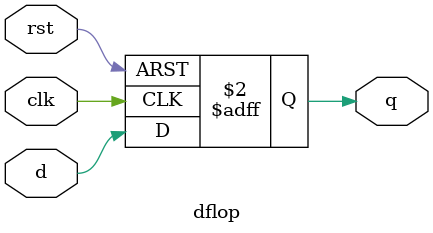
<source format=v>
`timescale 1ns / 1ps
module dflop(input clk, rst, d,
				 output reg q);
	
	always @ (posedge clk, posedge rst)	
		if (rst) 
			q <= 1'b0;
		else
			q <= d;

endmodule

</source>
